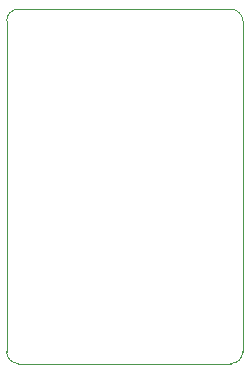
<source format=gbr>
%TF.GenerationSoftware,KiCad,Pcbnew,8.0.4*%
%TF.CreationDate,2024-09-10T15:11:46+03:00*%
%TF.ProjectId,micro17,6d696372-6f31-4372-9e6b-696361645f70,rev?*%
%TF.SameCoordinates,Original*%
%TF.FileFunction,Profile,NP*%
%FSLAX46Y46*%
G04 Gerber Fmt 4.6, Leading zero omitted, Abs format (unit mm)*
G04 Created by KiCad (PCBNEW 8.0.4) date 2024-09-10 15:11:46*
%MOMM*%
%LPD*%
G01*
G04 APERTURE LIST*
%TA.AperFunction,Profile*%
%ADD10C,0.100000*%
%TD*%
G04 APERTURE END LIST*
D10*
X200000000Y-79000000D02*
X200000000Y-51000000D01*
X181000000Y-80000000D02*
X199000000Y-80000000D01*
X180000000Y-51000000D02*
G75*
G02*
X181000000Y-50000000I1000000J0D01*
G01*
X199000000Y-50000000D02*
G75*
G02*
X200000000Y-51000000I0J-1000000D01*
G01*
X199000000Y-50000000D02*
X181000000Y-50000000D01*
X200000000Y-79000000D02*
G75*
G02*
X199000000Y-80000000I-1000000J0D01*
G01*
X180000000Y-51000000D02*
X180000000Y-79000000D01*
X181000000Y-80000000D02*
G75*
G02*
X180000000Y-79000000I0J1000000D01*
G01*
M02*

</source>
